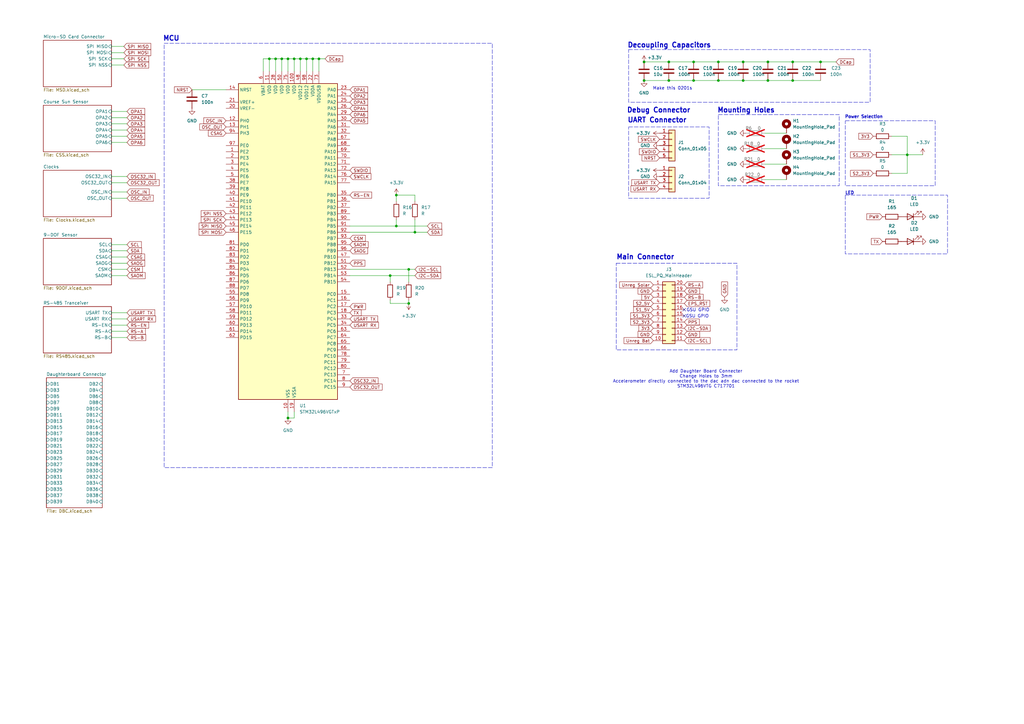
<source format=kicad_sch>
(kicad_sch (version 20231120) (generator "eeschema") (generator_version "8.0")
  (paper "A3")
  (title_block (title "ADCS OBC") (date "2024-04-18") (rev "V1") (comment 1 "22619291") (comment 2 "DP Theron"))
  (lib_symbols
    (symbol "+3.3V_1" (power) (pin_numbers hide) (pin_names (offset 0) hide)
      (property "Value" "+3.3V" (at 0 3.556 0))
      (symbol "+3.3V_1_0_1"
        (polyline (pts (xy -0.762 1.27) (xy 0 2.54)))
        (polyline (pts (xy 0 0) (xy 0 2.54)))
        (polyline (pts (xy 0 2.54) (xy 0.762 1.27)))
      )
      (symbol "+3.3V_1_1_1"
        (pin power_in line (at 0 0 90) (length 0) (name "~") (number "1"))
      )
    )
    (symbol "+3.3V_2" (power) (pin_numbers hide) (pin_names (offset 0) hide)
      (property "Value" "+3.3V" (at 0 3.556 0))
      (symbol "+3.3V_2_0_1"
        (polyline (pts (xy -0.762 1.27) (xy 0 2.54)))
        (polyline (pts (xy 0 0) (xy 0 2.54)))
        (polyline (pts (xy 0 2.54) (xy 0.762 1.27)))
      )
      (symbol "+3.3V_2_1_1"
        (pin power_in line (at 0 0 90) (length 0) (name "~") (number "1"))
      )
    )
    (symbol "+3.3V_3" (power) (pin_numbers hide) (pin_names (offset 0) hide)
      (property "Value" "+3.3V" (at 0 3.556 0))
      (symbol "+3.3V_3_0_1"
        (polyline (pts (xy -0.762 1.27) (xy 0 2.54)))
        (polyline (pts (xy 0 0) (xy 0 2.54)))
        (polyline (pts (xy 0 2.54) (xy 0.762 1.27)))
      )
      (symbol "+3.3V_3_1_1"
        (pin power_in line (at 0 0 90) (length 0) (name "~") (number "1"))
      )
    )
    (symbol "Connector_Generic:Conn_01x04" (pin_names (offset 1.016) hide)
      (property "Reference" "J" (at 0 5.08 0))
      (property "Value" "Conn_01x04" (at 0 -7.62 0))
      (symbol "Conn_01x04_1_1"
        (rectangle (start -1.27 -4.953) (end 0 -5.207) (stroke (width 0.1524)))
        (rectangle (start -1.27 -2.413) (end 0 -2.667) (stroke (width 0.1524)))
        (rectangle (start -1.27 0.127) (end 0 -0.127) (stroke (width 0.1524)))
        (rectangle (start -1.27 2.667) (end 0 2.413) (stroke (width 0.1524)))
        (rectangle (start -1.27 3.81) (end 1.27 -6.35) (stroke (width 0.254)) (fill (type background)))
        (pin passive line (at -5.08 2.54 0) (length 3.81) (name "Pin_1") (number "1"))
        (pin passive line (at -5.08 0 0) (length 3.81) (name "Pin_2") (number "2"))
        (pin passive line (at -5.08 -2.54 0) (length 3.81) (name "Pin_3") (number "3"))
        (pin passive line (at -5.08 -5.08 0) (length 3.81) (name "Pin_4") (number "4"))
      )
    )
    (symbol "Connector_Generic:Conn_01x05" (pin_names (offset 1.016) hide)
      (property "Reference" "J" (at 0 7.62 0))
      (property "Value" "Conn_01x05" (at 0 -7.62 0))
      (symbol "Conn_01x05_1_1"
        (rectangle (start -1.27 -4.953) (end 0 -5.207) (stroke (width 0.1524)))
        (rectangle (start -1.27 -2.413) (end 0 -2.667) (stroke (width 0.1524)))
        (rectangle (start -1.27 0.127) (end 0 -0.127) (stroke (width 0.1524)))
        (rectangle (start -1.27 2.667) (end 0 2.413) (stroke (width 0.1524)))
        (rectangle (start -1.27 5.207) (end 0 4.953) (stroke (width 0.1524)))
        (rectangle (start -1.27 6.35) (end 1.27 -6.35) (stroke (width 0.254)) (fill (type background)))
        (pin passive line (at -5.08 5.08 0) (length 3.81) (name "Pin_1") (number "1"))
        (pin passive line (at -5.08 2.54 0) (length 3.81) (name "Pin_2") (number "2"))
        (pin passive line (at -5.08 0 0) (length 3.81) (name "Pin_3") (number "3"))
        (pin passive line (at -5.08 -2.54 0) (length 3.81) (name "Pin_4") (number "4"))
        (pin passive line (at -5.08 -5.08 0) (length 3.81) (name "Pin_5") (number "5"))
      )
    )
    (symbol "Device:C" (pin_numbers hide) (pin_names (offset 0.254))
      (property "Reference" "C" (at 0.635 2.54 0))
      (property "Value" "C" (at 0.635 -2.54 0))
      (symbol "C_0_1"
        (polyline (pts (xy -2.032 -0.762) (xy 2.032 -0.762)) (stroke (width 0.508)))
        (polyline (pts (xy -2.032 0.762) (xy 2.032 0.762)) (stroke (width 0.508)))
      )
      (symbol "C_1_1"
        (pin passive line (at 0 3.81 270) (length 2.794) (name "~") (number "1"))
        (pin passive line (at 0 -3.81 90) (length 2.794) (name "~") (number "2"))
      )
    )
    (symbol "Device:LED" (pin_numbers hide) (pin_names (offset 1.016) hide)
      (property "Reference" "D" (at 0 2.54 0))
      (property "Value" "LED" (at 0 -2.54 0))
      (symbol "LED_0_1"
        (polyline (pts (xy -1.27 -1.27) (xy -1.27 1.27)) (stroke (width 0.254)))
        (polyline (pts (xy -1.27 0) (xy 1.27 0)))
        (polyline (pts (xy 1.27 -1.27) (xy 1.27 1.27) (xy -1.27 0) (xy 1.27 -1.27)) (stroke (width 0.254)))
        (polyline (pts (xy -3.048 -0.762) (xy -4.572 -2.286) (xy -3.81 -2.286) (xy -4.572 -2.286) (xy -4.572 -1.524)))
        (polyline (pts (xy -1.778 -0.762) (xy -3.302 -2.286) (xy -2.54 -2.286) (xy -3.302 -2.286) (xy -3.302 -1.524)))
      )
      (symbol "LED_1_1"
        (pin passive line (at -3.81 0 0) (length 2.54) (name "K") (number "1"))
        (pin passive line (at 3.81 0 180) (length 2.54) (name "A") (number "2"))
      )
    )
    (symbol "Device:R" (pin_numbers hide) (pin_names (offset 0))
      (property "Reference" "R" (at 2.032 0 90))
      (property "Value" "R" (at 0 0 90))
      (symbol "R_0_1"
        (rectangle (start -1.016 -2.54) (end 1.016 2.54) (stroke (width 0.254)))
      )
      (symbol "R_1_1"
        (pin passive line (at 0 3.81 270) (length 1.27) (name "~") (number "1"))
        (pin passive line (at 0 -3.81 90) (length 1.27) (name "~") (number "2"))
      )
    )
    (symbol "ESL_PQ:Conn_02x10_Counter_Clockwise" (pin_names (offset 1.016) hide)
      (property "Reference" "J" (at 1.27 12.7 0))
      (property "Value" "Conn_02x10_Counter_Clockwise" (at 1.27 -15.24 0))
      (symbol "Conn_02x10_Counter_Clockwise_1_1"
        (rectangle (start -1.27 -12.573) (end 0 -12.827) (stroke (width 0.1524)))
        (rectangle (start -1.27 -10.033) (end 0 -10.287) (stroke (width 0.1524)))
        (rectangle (start -1.27 -7.493) (end 0 -7.747) (stroke (width 0.1524)))
        (rectangle (start -1.27 -4.953) (end 0 -5.207) (stroke (width 0.1524)))
        (rectangle (start -1.27 -2.413) (end 0 -2.667) (stroke (width 0.1524)))
        (rectangle (start -1.27 0.127) (end 0 -0.127) (stroke (width 0.1524)))
        (rectangle (start -1.27 2.667) (end 0 2.413) (stroke (width 0.1524)))
        (rectangle (start -1.27 5.207) (end 0 4.953) (stroke (width 0.1524)))
        (rectangle (start -1.27 7.747) (end 0 7.493) (stroke (width 0.1524)))
        (rectangle (start -1.27 10.287) (end 0 10.033) (stroke (width 0.1524)))
        (rectangle (start -1.27 11.43) (end 3.81 -13.97) (stroke (width 0.254)) (fill (type background)))
        (rectangle (start 3.81 -12.573) (end 2.54 -12.827) (stroke (width 0.1524)))
        (rectangle (start 3.81 -10.033) (end 2.54 -10.287) (stroke (width 0.1524)))
        (rectangle (start 3.81 -7.493) (end 2.54 -7.747) (stroke (width 0.1524)))
        (rectangle (start 3.81 -4.953) (end 2.54 -5.207) (stroke (width 0.1524)))
        (rectangle (start 3.81 -2.413) (end 2.54 -2.667) (stroke (width 0.1524)))
        (rectangle (start 3.81 0.127) (end 2.54 -0.127) (stroke (width 0.1524)))
        (rectangle (start 3.81 2.667) (end 2.54 2.413) (stroke (width 0.1524)))
        (rectangle (start 3.81 5.207) (end 2.54 4.953) (stroke (width 0.1524)))
        (rectangle (start 3.81 7.747) (end 2.54 7.493) (stroke (width 0.1524)))
        (rectangle (start 3.81 10.287) (end 2.54 10.033) (stroke (width 0.1524)))
        (pin passive line (at -5.08 10.16 0) (length 3.81) (name "Pin_1") (number "1"))
        (pin passive line (at -5.08 -12.7 0) (length 3.81) (name "Pin_10") (number "10"))
        (pin passive line (at 7.62 -12.7 180) (length 3.81) (name "Pin_11") (number "11"))
        (pin passive line (at 7.62 -10.16 180) (length 3.81) (name "Pin_12") (number "12"))
        (pin passive line (at 7.62 -7.62 180) (length 3.81) (name "Pin_13") (number "13"))
        (pin passive line (at 7.62 -5.08 180) (length 3.81) (name "Pin_14") (number "14"))
        (pin passive line (at 7.62 -2.54 180) (length 3.81) (name "Pin_15") (number "15"))
        (pin passive line (at 7.62 0 180) (length 3.81) (name "Pin_16") (number "16"))
        (pin passive line (at 7.62 2.54 180) (length 3.81) (name "Pin_17") (number "17"))
        (pin passive line (at 7.62 5.08 180) (length 3.81) (name "Pin_18") (number "18"))
        (pin passive line (at 7.62 7.62 180) (length 3.81) (name "Pin_19") (number "19"))
        (pin passive line (at -5.08 7.62 0) (length 3.81) (name "Pin_2") (number "2"))
        (pin passive line (at 7.62 10.16 180) (length 3.81) (name "Pin_20") (number "20"))
        (pin passive line (at -5.08 5.08 0) (length 3.81) (name "Pin_3") (number "3"))
        (pin passive line (at -5.08 2.54 0) (length 3.81) (name "Pin_4") (number "4"))
        (pin passive line (at -5.08 0 0) (length 3.81) (name "Pin_5") (number "5"))
        (pin passive line (at -5.08 -2.54 0) (length 3.81) (name "Pin_6") (number "6"))
        (pin passive line (at -5.08 -5.08 0) (length 3.81) (name "Pin_7") (number "7"))
        (pin passive line (at -5.08 -7.62 0) (length 3.81) (name "Pin_8") (number "8"))
        (pin passive line (at -5.08 -10.16 0) (length 3.81) (name "Pin_9") (number "9"))
      )
    )
    (symbol "GND_1" (power) (pin_numbers hide) (pin_names (offset 0) hide)
      (property "Value" "GND" (at 0 -3.81 0))
      (symbol "GND_1_0_1"
        (polyline (pts (xy 0 0) (xy 0 -1.27) (xy 1.27 -1.27) (xy 0 -2.54) (xy -1.27 -1.27) (xy 0 -1.27)))
      )
      (symbol "GND_1_1_1"
        (pin power_in line (at 0 0 270) (length 0) (name "~") (number "1"))
      )
    )
    (symbol "GND_2" (power) (pin_numbers hide) (pin_names (offset 0) hide)
      (property "Value" "GND" (at 0 -3.81 0))
      (symbol "GND_2_0_1"
        (polyline (pts (xy 0 0) (xy 0 -1.27) (xy 1.27 -1.27) (xy 0 -2.54) (xy -1.27 -1.27) (xy 0 -1.27)))
      )
      (symbol "GND_2_1_1"
        (pin power_in line (at 0 0 270) (length 0) (name "~") (number "1"))
      )
    )
    (symbol "MCU_ST_STM32L4:STM32L496VGTxP"
      (property "Reference" "U" (at -20.32 67.31 0))
      (property "Value" "STM32L496VGTxP" (at 15.24 67.31 0))
      (symbol "STM32L496VGTxP_0_1"
        (rectangle (start -20.32 -63.5) (end 20.32 66.04) (stroke (width 0.254)) (fill (type background)))
      )
      (symbol "STM32L496VGTxP_1_1"
        (pin bidirectional line (at -25.4 38.1 0) (length 5.08) (name "PE2") (number "1"))
        (pin power_in line (at 0 -68.58 90) (length 5.08) (name "VSS") (number "10"))
        (pin power_in line (at 2.54 71.12 270) (length 5.08) (name "VDD") (number "100"))
        (pin power_in line (at -7.62 71.12 270) (length 5.08) (name "VDD") (number "11"))
        (pin bidirectional line (at -25.4 50.8 0) (length 5.08) (name "PH0") (number "12"))
        (pin bidirectional line (at -25.4 48.26 0) (length 5.08) (name "PH1") (number "13"))
        (pin input line (at -25.4 63.5 0) (length 5.08) (name "NRST") (number "14"))
        (pin bidirectional line (at 25.4 -20.32 180) (length 5.08) (name "PC0") (number "15"))
        (pin bidirectional line (at 25.4 -22.86 180) (length 5.08) (name "PC1") (number "16"))
        (pin bidirectional line (at 25.4 -25.4 180) (length 5.08) (name "PC2") (number "17"))
        (pin bidirectional line (at 25.4 -27.94 180) (length 5.08) (name "PC3") (number "18"))
        (pin power_in line (at 2.54 -68.58 90) (length 5.08) (name "VSSA") (number "19"))
        (pin bidirectional line (at -25.4 35.56 0) (length 5.08) (name "PE3") (number "2"))
        (pin input line (at -25.4 55.88 0) (length 5.08) (name "VREF-") (number "20"))
        (pin input line (at -25.4 58.42 0) (length 5.08) (name "VREF+") (number "21"))
        (pin power_in line (at 10.16 71.12 270) (length 5.08) (name "VDDA") (number "22"))
        (pin bidirectional line (at 25.4 63.5 180) (length 5.08) (name "PA0") (number "23"))
        (pin bidirectional line (at 25.4 60.96 180) (length 5.08) (name "PA1") (number "24"))
        (pin bidirectional line (at 25.4 58.42 180) (length 5.08) (name "PA2") (number "25"))
        (pin bidirectional line (at 25.4 55.88 180) (length 5.08) (name "PA3") (number "26"))
        (pin passive line (at 0 -68.58 90) (length 5.08) hide (name "VSS") (number "27"))
        (pin power_in line (at -5.08 71.12 270) (length 5.08) (name "VDD") (number "28"))
        (pin bidirectional line (at 25.4 53.34 180) (length 5.08) (name "PA4") (number "29"))
        (pin bidirectional line (at -25.4 33.02 0) (length 5.08) (name "PE4") (number "3"))
        (pin bidirectional line (at 25.4 50.8 180) (length 5.08) (name "PA5") (number "30"))
        (pin bidirectional line (at 25.4 48.26 180) (length 5.08) (name "PA6") (number "31"))
        (pin bidirectional line (at 25.4 45.72 180) (length 5.08) (name "PA7") (number "32"))
        (pin bidirectional line (at 25.4 -30.48 180) (length 5.08) (name "PC4") (number "33"))
        (pin bidirectional line (at 25.4 -33.02 180) (length 5.08) (name "PC5") (number "34"))
        (pin bidirectional line (at 25.4 20.32 180) (length 5.08) (name "PB0") (number "35"))
        (pin bidirectional line (at 25.4 17.78 180) (length 5.08) (name "PB1") (number "36"))
        (pin bidirectional line (at 25.4 15.24 180) (length 5.08) (name "PB2") (number "37"))
        (pin bidirectional line (at -25.4 25.4 0) (length 5.08) (name "PE7") (number "38"))
        (pin bidirectional line (at -25.4 22.86 0) (length 5.08) (name "PE8") (number "39"))
        (pin bidirectional line (at -25.4 30.48 0) (length 5.08) (name "PE5") (number "4"))
        (pin bidirectional line (at -25.4 20.32 0) (length 5.08) (name "PE9") (number "40"))
        (pin bidirectional line (at -25.4 17.78 0) (length 5.08) (name "PE10") (number "41"))
        (pin bidirectional line (at -25.4 15.24 0) (length 5.08) (name "PE11") (number "42"))
        (pin bidirectional line (at -25.4 12.7 0) (length 5.08) (name "PE12") (number "43"))
        (pin bidirectional line (at -25.4 10.16 0) (length 5.08) (name "PE13") (number "44"))
        (pin bidirectional line (at -25.4 7.62 0) (length 5.08) (name "PE14") (number "45"))
        (pin bidirectional line (at -25.4 5.08 0) (length 5.08) (name "PE15") (number "46"))
        (pin bidirectional line (at 25.4 -5.08 180) (length 5.08) (name "PB10") (number "47"))
        (pin power_in line (at 5.08 71.12 270) (length 5.08) (name "VDD12") (number "48"))
        (pin passive line (at 0 -68.58 90) (length 5.08) hide (name "VSS") (number "49"))
        (pin bidirectional line (at -25.4 27.94 0) (length 5.08) (name "PE6") (number "5"))
        (pin power_in line (at -2.54 71.12 270) (length 5.08) (name "VDD") (number "50"))
        (pin bidirectional line (at 25.4 -7.62 180) (length 5.08) (name "PB12") (number "51"))
        (pin bidirectional line (at 25.4 -10.16 180) (length 5.08) (name "PB13") (number "52"))
        (pin bidirectional line (at 25.4 -12.7 180) (length 5.08) (name "PB14") (number "53"))
        (pin bidirectional line (at 25.4 -15.24 180) (length 5.08) (name "PB15") (number "54"))
        (pin bidirectional line (at -25.4 -20.32 0) (length 5.08) (name "PD8") (number "55"))
        (pin bidirectional line (at -25.4 -22.86 0) (length 5.08) (name "PD9") (number "56"))
        (pin bidirectional line (at -25.4 -25.4 0) (length 5.08) (name "PD10") (number "57"))
        (pin bidirectional line (at -25.4 -27.94 0) (length 5.08) (name "PD11") (number "58"))
        (pin bidirectional line (at -25.4 -30.48 0) (length 5.08) (name "PD12") (number "59"))
        (pin power_in line (at -10.16 71.12 270) (length 5.08) (name "VBAT") (number "6"))
        (pin bidirectional line (at -25.4 -33.02 0) (length 5.08) (name "PD13") (number "60"))
        (pin bidirectional line (at -25.4 -35.56 0) (length 5.08) (name "PD14") (number "61"))
        (pin bidirectional line (at -25.4 -38.1 0) (length 5.08) (name "PD15") (number "62"))
        (pin bidirectional line (at 25.4 -35.56 180) (length 5.08) (name "PC6") (number "63"))
        (pin bidirectional line (at 25.4 -38.1 180) (length 5.08) (name "PC7") (number "64"))
        (pin bidirectional line (at 25.4 -40.64 180) (length 5.08) (name "PC8") (number "65"))
        (pin bidirectional line (at 25.4 -43.18 180) (length 5.08) (name "PC9") (number "66"))
        (pin bidirectional line (at 25.4 43.18 180) (length 5.08) (name "PA8") (number "67"))
        (pin bidirectional line (at 25.4 40.64 180) (length 5.08) (name "PA9") (number "68"))
        (pin bidirectional line (at 25.4 38.1 180) (length 5.08) (name "PA10") (number "69"))
        (pin bidirectional line (at 25.4 -53.34 180) (length 5.08) (name "PC13") (number "7"))
        (pin bidirectional line (at 25.4 35.56 180) (length 5.08) (name "PA11") (number "70"))
        (pin bidirectional line (at 25.4 33.02 180) (length 5.08) (name "PA12") (number "71"))
        (pin bidirectional line (at 25.4 30.48 180) (length 5.08) (name "PA13") (number "72"))
        (pin power_in line (at 12.7 71.12 270) (length 5.08) (name "VDDUSB") (number "73"))
        (pin passive line (at 0 -68.58 90) (length 5.08) hide (name "VSS") (number "74"))
        (pin power_in line (at 0 71.12 270) (length 5.08) (name "VDD") (number "75"))
        (pin bidirectional line (at 25.4 27.94 180) (length 5.08) (name "PA14") (number "76"))
        (pin bidirectional line (at 25.4 25.4 180) (length 5.08) (name "PA15") (number "77"))
        (pin bidirectional line (at 25.4 -45.72 180) (length 5.08) (name "PC10") (number "78"))
        (pin bidirectional line (at 25.4 -48.26 180) (length 5.08) (name "PC11") (number "79"))
        (pin bidirectional line (at 25.4 -55.88 180) (length 5.08) (name "PC14") (number "8"))
        (pin bidirectional line (at 25.4 -50.8 180) (length 5.08) (name "PC12") (number "80"))
        (pin bidirectional line (at -25.4 0 0) (length 5.08) (name "PD0") (number "81"))
        (pin bidirectional line (at -25.4 -2.54 0) (length 5.08) (name "PD1") (number "82"))
        (pin bidirectional line (at -25.4 -5.08 0) (length 5.08) (name "PD2") (number "83"))
        (pin bidirectional line (at -25.4 -7.62 0) (length 5.08) (name "PD3") (number "84"))
        (pin bidirectional line (at -25.4 -10.16 0) (length 5.08) (name "PD4") (number "85"))
        (pin bidirectional line (at -25.4 -12.7 0) (length 5.08) (name "PD5") (number "86"))
        (pin bidirectional line (at -25.4 -15.24 0) (length 5.08) (name "PD6") (number "87"))
        (pin bidirectional line (at -25.4 -17.78 0) (length 5.08) (name "PD7") (number "88"))
        (pin bidirectional line (at 25.4 12.7 180) (length 5.08) (name "PB3") (number "89"))
        (pin bidirectional line (at 25.4 -58.42 180) (length 5.08) (name "PC15") (number "9"))
        (pin bidirectional line (at 25.4 10.16 180) (length 5.08) (name "PB4") (number "90"))
        (pin bidirectional line (at 25.4 7.62 180) (length 5.08) (name "PB5") (number "91"))
        (pin bidirectional line (at 25.4 5.08 180) (length 5.08) (name "PB6") (number "92"))
        (pin bidirectional line (at 25.4 2.54 180) (length 5.08) (name "PB7") (number "93"))
        (pin bidirectional line (at -25.4 45.72 0) (length 5.08) (name "PH3") (number "94"))
        (pin bidirectional line (at 25.4 0 180) (length 5.08) (name "PB8") (number "95"))
        (pin bidirectional line (at 25.4 -2.54 180) (length 5.08) (name "PB9") (number "96"))
        (pin bidirectional line (at -25.4 40.64 0) (length 5.08) (name "PE0") (number "97"))
        (pin power_in line (at 7.62 71.12 270) (length 5.08) (name "VDD12") (number "98"))
        (pin passive line (at 0 -68.58 90) (length 5.08) hide (name "VSS") (number "99"))
      )
    )
    (symbol "Mechanical:MountingHole_Pad" (pin_numbers hide) (pin_names (offset 1.016) hide) (exclude_from_sim yes) (in_bom no)
      (property "Reference" "H" (at 0 6.35 0))
      (property "Value" "MountingHole_Pad" (at 0 4.445 0))
      (symbol "MountingHole_Pad_0_1"
        (circle (center 0 1.27) (radius 1.27) (stroke (width 1.27)))
      )
      (symbol "MountingHole_Pad_1_1"
        (pin input line (at 0 -2.54 90) (length 2.54) (name "1") (number "1"))
      )
    )
    (symbol "power:+3.3V" (power) (pin_names (offset 0))
      (property "Value" "+3.3V" (at 0 3.556 0))
      (symbol "+3.3V_0_1"
        (polyline (pts (xy -0.762 1.27) (xy 0 2.54)))
        (polyline (pts (xy 0 0) (xy 0 2.54)))
        (polyline (pts (xy 0 2.54) (xy 0.762 1.27)))
      )
      (symbol "+3.3V_1_1"
        (pin power_in line (at 0 0 90) (length 0) hide (name "+3.3V") (number "1"))
      )
    )
    (symbol "power:GND" (power) (pin_names (offset 0))
      (property "Value" "GND" (at 0 -3.81 0))
      (symbol "GND_0_1"
        (polyline (pts (xy 0 0) (xy 0 -1.27) (xy 1.27 -1.27) (xy 0 -2.54) (xy -1.27 -1.27) (xy 0 -1.27)))
      )
      (symbol "GND_1_1"
        (pin power_in line (at 0 0 270) (length 0) hide (name "GND") (number "1"))
      )
    )
  )
  (junction (at 160.02 113.03))
  (junction (at 162.56 92.71))
  (junction (at 336.55 25.4))
  (junction (at 167.64 110.49))
  (junction (at 274.32 25.4))
  (junction (at 170.18 95.25))
  (junction (at 274.32 33.02))
  (junction (at 325.12 33.02))
  (junction (at 314.96 25.4))
  (junction (at 115.57 24.13))
  (junction (at 304.8 25.4))
  (junction (at 284.48 33.02))
  (junction (at 284.48 25.4))
  (junction (at 264.16 33.02))
  (junction (at 314.96 33.02))
  (junction (at 128.27 24.13))
  (junction (at 294.64 33.02))
  (junction (at 304.8 33.02))
  (junction (at 118.11 171.45))
  (junction (at 130.81 24.13))
  (junction (at 123.19 24.13))
  (junction (at 294.64 25.4))
  (junction (at 125.73 24.13))
  (junction (at 167.64 124.46))
  (junction (at 113.03 24.13))
  (junction (at 120.65 24.13))
  (junction (at 372.11 63.5))
  (junction (at 162.56 80.01))
  (junction (at 325.12 25.4))
  (junction (at 110.49 24.13))
  (junction (at 264.16 25.4))
  (junction (at 118.11 24.13))
  (no_connect (at 280.67 129.54))
  (no_connect (at 280.67 127))
  (wire (pts (xy 284.48 33.02) (xy 294.64 33.02)))
  (wire (pts (xy 110.49 24.13) (xy 110.49 29.21)))
  (wire (pts (xy 264.16 25.4) (xy 274.32 25.4)))
  (wire (pts (xy 162.56 82.55) (xy 162.56 80.01)))
  (wire (pts (xy 115.57 24.13) (xy 115.57 29.21)))
  (wire (pts (xy 45.72 113.03) (xy 52.07 113.03)))
  (wire (pts (xy 313.69 67.31) (xy 322.58 67.31)))
  (wire (pts (xy 162.56 92.71) (xy 175.26 92.71)))
  (wire (pts (xy 120.65 24.13) (xy 123.19 24.13)))
  (wire (pts (xy 45.72 130.81) (xy 52.07 130.81)))
  (wire (pts (xy 45.72 48.26) (xy 52.07 48.26)))
  (wire (pts (xy 313.69 54.61) (xy 322.58 54.61)))
  (wire (pts (xy 123.19 24.13) (xy 125.73 24.13)))
  (wire (pts (xy 78.74 36.83) (xy 92.71 36.83)))
  (wire (pts (xy 372.11 55.88) (xy 372.11 63.5)))
  (wire (pts (xy 110.49 24.13) (xy 107.95 24.13)))
  (wire (pts (xy 45.72 74.93) (xy 52.07 74.93)))
  (wire (pts (xy 314.96 33.02) (xy 325.12 33.02)))
  (wire (pts (xy 45.72 55.88) (xy 52.07 55.88)))
  (wire (pts (xy 118.11 168.91) (xy 118.11 171.45)))
  (wire (pts (xy 128.27 29.21) (xy 128.27 24.13)))
  (wire (pts (xy 167.64 110.49) (xy 143.51 110.49)))
  (wire (pts (xy 120.65 24.13) (xy 118.11 24.13)))
  (wire (pts (xy 120.65 24.13) (xy 120.65 29.21)))
  (wire (pts (xy 170.18 95.25) (xy 143.51 95.25)))
  (wire (pts (xy 170.18 110.49) (xy 167.64 110.49)))
  (wire (pts (xy 45.72 128.27) (xy 52.07 128.27)))
  (wire (pts (xy 304.8 33.02) (xy 314.96 33.02)))
  (wire (pts (xy 170.18 80.01) (xy 170.18 82.55)))
  (wire (pts (xy 175.26 95.25) (xy 170.18 95.25)))
  (wire (pts (xy 45.72 24.13) (xy 50.8 24.13)))
  (wire (pts (xy 294.64 33.02) (xy 304.8 33.02)))
  (wire (pts (xy 45.72 133.35) (xy 52.07 133.35)))
  (wire (pts (xy 130.81 24.13) (xy 130.81 29.21)))
  (wire (pts (xy 167.64 124.46) (xy 167.64 123.19)))
  (wire (pts (xy 45.72 107.95) (xy 52.07 107.95)))
  (wire (pts (xy 143.51 113.03) (xy 160.02 113.03)))
  (wire (pts (xy 294.64 25.4) (xy 304.8 25.4)))
  (wire (pts (xy 45.72 78.74) (xy 52.07 78.74)))
  (wire (pts (xy 118.11 171.45) (xy 120.65 171.45)))
  (wire (pts (xy 313.69 73.66) (xy 322.58 73.66)))
  (wire (pts (xy 167.64 110.49) (xy 167.64 115.57)))
  (wire (pts (xy 45.72 102.87) (xy 52.07 102.87)))
  (wire (pts (xy 45.72 53.34) (xy 52.07 53.34)))
  (wire (pts (xy 107.95 24.13) (xy 107.95 29.21)))
  (wire (pts (xy 45.72 110.49) (xy 52.07 110.49)))
  (wire (pts (xy 45.72 50.8) (xy 52.07 50.8)))
  (wire (pts (xy 125.73 24.13) (xy 128.27 24.13)))
  (wire (pts (xy 160.02 113.03) (xy 170.18 113.03)))
  (wire (pts (xy 45.72 72.39) (xy 52.07 72.39)))
  (wire (pts (xy 372.11 71.12) (xy 365.76 71.12)))
  (wire (pts (xy 45.72 58.42) (xy 52.07 58.42)))
  (wire (pts (xy 325.12 25.4) (xy 336.55 25.4)))
  (wire (pts (xy 45.72 100.33) (xy 52.07 100.33)))
  (wire (pts (xy 45.72 135.89) (xy 52.07 135.89)))
  (wire (pts (xy 110.49 24.13) (xy 113.03 24.13)))
  (wire (pts (xy 130.81 24.13) (xy 133.35 24.13)))
  (wire (pts (xy 170.18 90.17) (xy 170.18 95.25)))
  (wire (pts (xy 162.56 80.01) (xy 170.18 80.01)))
  (wire (pts (xy 325.12 33.02) (xy 336.55 33.02)))
  (wire (pts (xy 365.76 63.5) (xy 372.11 63.5)))
  (wire (pts (xy 120.65 171.45) (xy 120.65 168.91)))
  (wire (pts (xy 160.02 115.57) (xy 160.02 113.03)))
  (wire (pts (xy 304.8 25.4) (xy 314.96 25.4)))
  (wire (pts (xy 378.46 63.5) (xy 372.11 63.5)))
  (wire (pts (xy 45.72 105.41) (xy 52.07 105.41)))
  (wire (pts (xy 45.72 45.72) (xy 52.07 45.72)))
  (wire (pts (xy 45.72 138.43) (xy 52.07 138.43)))
  (wire (pts (xy 160.02 124.46) (xy 167.64 124.46)))
  (wire (pts (xy 160.02 123.19) (xy 160.02 124.46)))
  (wire (pts (xy 274.32 33.02) (xy 284.48 33.02)))
  (wire (pts (xy 284.48 25.4) (xy 294.64 25.4)))
  (wire (pts (xy 128.27 24.13) (xy 130.81 24.13)))
  (wire (pts (xy 313.69 60.96) (xy 322.58 60.96)))
  (wire (pts (xy 365.76 55.88) (xy 372.11 55.88)))
  (wire (pts (xy 125.73 24.13) (xy 125.73 29.21)))
  (wire (pts (xy 45.72 26.67) (xy 50.8 26.67)))
  (wire (pts (xy 314.96 25.4) (xy 325.12 25.4)))
  (wire (pts (xy 45.72 81.28) (xy 52.07 81.28)))
  (wire (pts (xy 118.11 24.13) (xy 118.11 29.21)))
  (wire (pts (xy 123.19 29.21) (xy 123.19 24.13)))
  (wire (pts (xy 162.56 90.17) (xy 162.56 92.71)))
  (wire (pts (xy 45.72 21.59) (xy 50.8 21.59)))
  (wire (pts (xy 113.03 24.13) (xy 115.57 24.13)))
  (wire (pts (xy 274.32 25.4) (xy 284.48 25.4)))
  (wire (pts (xy 113.03 24.13) (xy 113.03 29.21)))
  (wire (pts (xy 336.55 25.4) (xy 342.9 25.4)))
  (wire (pts (xy 118.11 24.13) (xy 115.57 24.13)))
  (wire (pts (xy 143.51 92.71) (xy 162.56 92.71)))
  (wire (pts (xy 264.16 33.02) (xy 274.32 33.02)))
  (wire (pts (xy 45.72 19.05) (xy 50.8 19.05)))
  (wire (pts (xy 372.11 63.5) (xy 372.11 71.12)))
  (rectangle (start 294.64 46.99) (end 344.17 76.2) (stroke (width 0) (type dash)))
  (rectangle (start 252.73 107.95) (end 302.26 143.51) (stroke (width 0) (type dash)))
  (rectangle (start 257.81 52.07) (end 290.83 81.28) (stroke (width 0) (type dash)))
  (rectangle (start 67.31 17.78) (end 201.93 191.77) (stroke (width 0) (type dash)))
  (rectangle (start 257.81 20.32) (end 356.87 41.91) (stroke (width 0) (type dash)))
  (rectangle (start 346.71 80.01) (end 388.62 104.14) (stroke (width 0) (type dash)))
  (rectangle (start 346.71 49.53) (end 383.54 76.2) (stroke (width 0) (type dash)))
  (text "GSU GPIO" (at 286.004 129.794 0) (effects (font (size 1.27 1.27))))
  (text "Power Selection" (at 354.33 48.006 0) (effects (font (size 1.27 1.27) (thickness 0.254) (bold yes))))
  (text "UART Connector" (at 257.302 50.546 0) (effects (font (size 2 2) (thickness 0.4) (bold yes)) (justify left bottom)))
  (text "LED" (at 348.488 79.248 0) (effects (font (size 1.27 1.27) (thickness 0.254) (bold yes))))
  (text "Decoupling Capacitors" (at 257.302 19.812 0) (effects (font (size 2 2) (bold yes)) (justify left bottom)))
  (text "Mounting Holes" (at 294.132 46.482 0) (effects (font (size 2 2) (thickness 0.4) (bold yes)) (justify left bottom)))
  (text "Debug Connector" (at 257.048 46.482 0) (effects (font (size 2 2) (thickness 0.4) (bold yes)) (justify left bottom)))
  (text "Add Daughter Board Connecter\nChange Holes to 3mm\nAccelerometer directly connected to the dac adn dac connected to the rocket\nSTM32L496VTG C717701" (at 289.56 155.448 0) (effects (font (size 1.27 1.27))))
  (text "Main Connector" (at 252.73 106.68 0) (effects (font (size 2 2) (thickness 0.4) (bold yes)) (justify left bottom)))
  (text "GSU GPIO" (at 286.258 127.254 0) (effects (font (size 1.27 1.27))))
  (text "MCU" (at 66.802 17.018 0) (effects (font (size 2 2) (bold yes)) (justify left bottom)))
  (text "Make this 0201s" (at 275.844 36.322 0) (effects (font (size 1.27 1.27))))
  (global_label "USART RX" (shape input) (at 52.07 130.81 0) (property "Intersheetrefs" "${INTERSHEET_REFS}" (effects (hide yes))))
  (global_label "OSC32_OUT" (shape input) (at 52.07 74.93 0) (property "Intersheetrefs" "${INTERSHEET_REFS}" (effects (hide yes))))
  (global_label "SWDIO" (shape input) (at 270.51 62.23 180) (property "Intersheetrefs" "${INTERSHEET_REFS}" (effects (hide yes))))
  (global_label "RS-B" (shape input) (at 52.07 138.43 0) (property "Intersheetrefs" "${INTERSHEET_REFS}" (effects (hide yes))))
  (global_label "SPI NSS" (shape input) (at 92.71 87.63 180) (property "Intersheetrefs" "${INTERSHEET_REFS}" (effects (hide yes))))
  (global_label "RS-A" (shape input) (at 52.07 135.89 0) (property "Intersheetrefs" "${INTERSHEET_REFS}" (effects (hide yes))))
  (global_label "PPS" (shape input) (at 143.51 107.95 0) (property "Intersheetrefs" "${INTERSHEET_REFS}" (effects (hide yes))))
  (global_label "SPI MISO" (shape input) (at 92.71 92.71 180) (property "Intersheetrefs" "${INTERSHEET_REFS}" (effects (hide yes))))
  (global_label "SPI MOSI" (shape input) (at 50.8 21.59 0) (property "Intersheetrefs" "${INTERSHEET_REFS}" (effects (hide yes))))
  (global_label "S1_5V" (shape input) (at 267.97 127 180) (property "Intersheetrefs" "${INTERSHEET_REFS}" (effects (hide yes))))
  (global_label "GND" (shape input) (at 280.67 137.16 0) (property "Intersheetrefs" "${INTERSHEET_REFS}" (effects (hide yes))))
  (global_label "3V3" (shape input) (at 358.14 55.88 180) (property "Intersheetrefs" "${INTERSHEET_REFS}" (effects (hide yes))))
  (global_label "OPA4" (shape input) (at 52.07 53.34 0) (property "Intersheetrefs" "${INTERSHEET_REFS}" (effects (hide yes))))
  (global_label "USART TX" (shape input) (at 270.51 74.93 180) (property "Intersheetrefs" "${INTERSHEET_REFS}" (effects (hide yes))))
  (global_label "SPI NSS" (shape input) (at 50.8 26.67 0) (property "Intersheetrefs" "${INTERSHEET_REFS}" (effects (hide yes))))
  (global_label "SPI MOSI" (shape input) (at 92.71 95.25 180) (property "Intersheetrefs" "${INTERSHEET_REFS}" (effects (hide yes))))
  (global_label "SDA" (shape input) (at 175.26 95.25 0) (property "Intersheetrefs" "${INTERSHEET_REFS}" (effects (hide yes))))
  (global_label "CSM" (shape input) (at 52.07 110.49 0) (property "Intersheetrefs" "${INTERSHEET_REFS}" (effects (hide yes))))
  (global_label "S2_3V3" (shape input) (at 267.97 132.08 180) (property "Intersheetrefs" "${INTERSHEET_REFS}" (effects (hide yes))))
  (global_label "SPI MISO" (shape input) (at 50.8 19.05 0) (property "Intersheetrefs" "${INTERSHEET_REFS}" (effects (hide yes))))
  (global_label "OPA2" (shape input) (at 143.51 39.37 0) (property "Intersheetrefs" "${INTERSHEET_REFS}" (effects (hide yes))))
  (global_label "I2C-SCL" (shape input) (at 280.67 139.7 0) (property "Intersheetrefs" "${INTERSHEET_REFS}" (effects (hide yes))))
  (global_label "SDA" (shape input) (at 52.07 102.87 0) (property "Intersheetrefs" "${INTERSHEET_REFS}" (effects (hide yes))))
  (global_label "TX" (shape input) (at 143.51 128.27 0) (property "Intersheetrefs" "${INTERSHEET_REFS}" (effects (hide yes))))
  (global_label "SAOG" (shape input) (at 52.07 107.95 0) (property "Intersheetrefs" "${INTERSHEET_REFS}" (effects (hide yes))))
  (global_label "RS-B" (shape input) (at 280.67 121.92 0) (property "Intersheetrefs" "${INTERSHEET_REFS}" (effects (hide yes))))
  (global_label "RS-A" (shape input) (at 280.67 116.84 0) (property "Intersheetrefs" "${INTERSHEET_REFS}" (effects (hide yes))))
  (global_label "NRST" (shape input) (at 270.51 64.77 180) (property "Intersheetrefs" "${INTERSHEET_REFS}" (effects (hide yes))))
  (global_label "SCL" (shape input) (at 175.26 92.71 0) (property "Intersheetrefs" "${INTERSHEET_REFS}" (effects (hide yes))))
  (global_label "OPA5" (shape input) (at 143.51 49.53 0) (property "Intersheetrefs" "${INTERSHEET_REFS}" (effects (hide yes))))
  (global_label "RS-EN" (shape input) (at 143.51 80.01 0) (property "Intersheetrefs" "${INTERSHEET_REFS}" (effects (hide yes))))
  (global_label "SAOM" (shape input) (at 52.07 113.03 0) (property "Intersheetrefs" "${INTERSHEET_REFS}" (effects (hide yes))))
  (global_label "OPA3" (shape input) (at 143.51 41.91 0) (property "Intersheetrefs" "${INTERSHEET_REFS}" (effects (hide yes))))
  (global_label "OPA3" (shape input) (at 52.07 50.8 0) (property "Intersheetrefs" "${INTERSHEET_REFS}" (effects (hide yes))))
  (global_label "OPA2" (shape input) (at 52.07 48.26 0) (property "Intersheetrefs" "${INTERSHEET_REFS}" (effects (hide yes))))
  (global_label "GND" (shape input) (at 280.67 119.38 0) (property "Intersheetrefs" "${INTERSHEET_REFS}" (effects (hide yes))))
  (global_label "RS-EN" (shape input) (at 52.07 133.35 0) (property "Intersheetrefs" "${INTERSHEET_REFS}" (effects (hide yes))))
  (global_label "3V3" (shape input) (at 267.97 134.62 180) (property "Intersheetrefs" "${INTERSHEET_REFS}" (effects (hide yes))))
  (global_label "I2C-SCL" (shape input) (at 170.18 110.49 0) (property "Intersheetrefs" "${INTERSHEET_REFS}" (effects (hide yes))))
  (global_label "PPS" (shape input) (at 280.67 132.08 0) (property "Intersheetrefs" "${INTERSHEET_REFS}" (effects (hide yes))))
  (global_label "I2C-SDA" (shape input) (at 280.67 134.62 0) (property "Intersheetrefs" "${INTERSHEET_REFS}" (effects (hide yes))))
  (global_label "CSAG" (shape input) (at 92.71 54.61 180) (property "Intersheetrefs" "${INTERSHEET_REFS}" (effects (hide yes))))
  (global_label "OSC_IN" (shape input) (at 52.07 78.74 0) (property "Intersheetrefs" "${INTERSHEET_REFS}" (effects (hide yes))))
  (global_label "PWR" (shape input) (at 361.95 88.9 180) (property "Intersheetrefs" "${INTERSHEET_REFS}" (effects (hide yes))))
  (global_label "NRST" (shape input) (at 78.74 36.83 180) (property "Intersheetrefs" "${INTERSHEET_REFS}" (effects (hide yes))))
  (global_label "OPA5" (shape input) (at 52.07 55.88 0) (property "Intersheetrefs" "${INTERSHEET_REFS}" (effects (hide yes))))
  (global_label "CSM" (shape input) (at 143.51 97.79 0) (property "Intersheetrefs" "${INTERSHEET_REFS}" (effects (hide yes))))
  (global_label "SWDIO" (shape input) (at 143.51 69.85 0) (property "Intersheetrefs" "${INTERSHEET_REFS}" (effects (hide yes))))
  (global_label "OPA6" (shape input) (at 52.07 58.42 0) (property "Intersheetrefs" "${INTERSHEET_REFS}" (effects (hide yes))))
  (global_label "SWCLK" (shape input) (at 270.51 57.15 180) (property "Intersheetrefs" "${INTERSHEET_REFS}" (effects (hide yes))))
  (global_label "OSC32_IN" (shape input) (at 52.07 72.39 0) (property "Intersheetrefs" "${INTERSHEET_REFS}" (effects (hide yes))))
  (global_label "TX" (shape input) (at 361.95 99.06 180) (property "Intersheetrefs" "${INTERSHEET_REFS}" (effects (hide yes))))
  (global_label "OPA4" (shape input) (at 143.51 44.45 0) (property "Intersheetrefs" "${INTERSHEET_REFS}" (effects (hide yes))))
  (global_label "SAOG" (shape input) (at 143.51 102.87 0) (property "Intersheetrefs" "${INTERSHEET_REFS}" (effects (hide yes))))
  (global_label "OSC32_OUT" (shape input) (at 143.51 158.75 0) (property "Intersheetrefs" "${INTERSHEET_REFS}" (effects (hide yes))))
  (global_label "SPI SCK" (shape input) (at 92.71 90.17 180) (property "Intersheetrefs" "${INTERSHEET_REFS}" (effects (hide yes))))
  (global_label "USART TX" (shape input) (at 143.51 130.81 0) (property "Intersheetrefs" "${INTERSHEET_REFS}" (effects (hide yes))))
  (global_label "GND" (shape input) (at 267.97 119.38 180) (property "Intersheetrefs" "${INTERSHEET_REFS}" (effects (hide yes))))
  (global_label "OSC_OUT" (shape input) (at 92.71 52.07 180) (property "Intersheetrefs" "${INTERSHEET_REFS}" (effects (hide yes))))
  (global_label "DCap" (shape input) (at 342.9 25.4 0) (property "Intersheetrefs" "${INTERSHEET_REFS}" (effects (hide yes))))
  (global_label "GND" (shape input) (at 267.97 137.16 180) (property "Intersheetrefs" "${INTERSHEET_REFS}" (effects (hide yes))))
  (global_label "CSAG" (shape input) (at 52.07 105.41 0) (property "Intersheetrefs" "${INTERSHEET_REFS}" (effects (hide yes))))
  (global_label "SWCLK" (shape input) (at 143.51 72.39 0) (property "Intersheetrefs" "${INTERSHEET_REFS}" (effects (hide yes))))
  (global_label "OSC32_IN" (shape input) (at 143.51 156.21 0) (property "Intersheetrefs" "${INTERSHEET_REFS}" (effects (hide yes))))
  (global_label "SCL" (shape input) (at 52.07 100.33 0) (property "Intersheetrefs" "${INTERSHEET_REFS}" (effects (hide yes))))
  (global_label "Unreg Solar" (shape input) (at 267.97 116.84 180) (property "Intersheetrefs" "${INTERSHEET_REFS}" (effects (hide yes))))
  (global_label "EPS_RST" (shape input) (at 280.67 124.46 0) (property "Intersheetrefs" "${INTERSHEET_REFS}" (effects (hide yes))))
  (global_label "Unreg Bat" (shape input) (at 267.97 139.7 180) (property "Intersheetrefs" "${INTERSHEET_REFS}" (effects (hide yes))))
  (global_label "OPA1" (shape input) (at 143.51 36.83 0) (property "Intersheetrefs" "${INTERSHEET_REFS}" (effects (hide yes))))
  (global_label "SAOM" (shape input) (at 143.51 100.33 0) (property "Intersheetrefs" "${INTERSHEET_REFS}" (effects (hide yes))))
  (global_label "5V" (shape input) (at 267.97 121.92 180) (property "Intersheetrefs" "${INTERSHEET_REFS}" (effects (hide yes))))
  (global_label "SPI SCK" (shape input) (at 50.8 24.13 0) (property "Intersheetrefs" "${INTERSHEET_REFS}" (effects (hide yes))))
  (global_label "USART RX" (shape input) (at 270.51 77.47 180) (property "Intersheetrefs" "${INTERSHEET_REFS}" (effects (hide yes))))
  (global_label "USART TX" (shape input) (at 52.07 128.27 0) (property "Intersheetrefs" "${INTERSHEET_REFS}" (effects (hide yes))))
  (global_label "OPA1" (shape input) (at 52.07 45.72 0) (property "Intersheetrefs" "${INTERSHEET_REFS}" (effects (hide yes))))
  (global_label "OSC_IN" (shape input) (at 92.71 49.53 180) (property "Intersheetrefs" "${INTERSHEET_REFS}" (effects (hide yes))))
  (global_label "PWR" (shape input) (at 143.51 125.73 0) (property "Intersheetrefs" "${INTERSHEET_REFS}" (effects (hide yes))))
  (global_label "S2_5V" (shape input) (at 267.97 124.46 180) (property "Intersheetrefs" "${INTERSHEET_REFS}" (effects (hide yes))))
  (global_label "OPA6" (shape input) (at 143.51 46.99 0) (property "Intersheetrefs" "${INTERSHEET_REFS}" (effects (hide yes))))
  (global_label "S1_3V3" (shape input) (at 267.97 129.54 180) (property "Intersheetrefs" "${INTERSHEET_REFS}" (effects (hide yes))))
  (global_label "USART RX" (shape input) (at 143.51 133.35 0) (property "Intersheetrefs" "${INTERSHEET_REFS}" (effects (hide yes))))
  (global_label "OSC_OUT" (shape input) (at 52.07 81.28 0) (property "Intersheetrefs" "${INTERSHEET_REFS}" (effects (hide yes))))
  (global_label "S2_3V3" (shape input) (at 358.14 71.12 180) (property "Intersheetrefs" "${INTERSHEET_REFS}" (effects (hide yes))))
  (global_label "DCap" (shape input) (at 133.35 24.13 0) (property "Intersheetrefs" "${INTERSHEET_REFS}" (effects (hide yes))))
  (global_label "S1_3V3" (shape input) (at 358.14 63.5 180) (property "Intersheetrefs" "${INTERSHEET_REFS}" (effects (hide yes))))
  (global_label "GND" (shape input) (at 297.18 121.92 90) (property "Intersheetrefs" "${INTERSHEET_REFS}" (effects (hide yes))))
  (global_label "I2C-SDA" (shape input) (at 170.18 113.03 0) (property "Intersheetrefs" "${INTERSHEET_REFS}" (effects (hide yes))))
  (symbol (lib_id "Device:LED") (at 373.38 88.9 180) (unit 1)
    (property "Reference" "D1" (at 374.9675 81.28 0))
    (property "Value" "LED" (at 374.9675 83.82 0))
    (property "Footprint" "LED_SMD:LED_0603_1608Metric" (effects (hide yes)))
    (property "Description" "Light emitting diode" (effects (hide yes)))
    (property "JLCPCB #" "C138543" (effects (hide yes)))
  )
  (symbol (lib_id "Device:R") (at 309.88 67.31 90) (unit 1) (dnp yes)
    (property "Reference" "R21" (at 307.086 65.278 90))
    (property "Value" "0" (at 311.15 65.278 90))
    (property "Footprint" "Skripsie:R_0201_0603Metric" (effects (hide yes)))
    (property "Description" "Resistor" (effects (hide yes)))
  )
  (symbol (lib_id "power:GND") (at 270.51 72.39 270) (unit 1)
    (property "Reference" "#PWR030" (effects (hide yes)))
    (property "Value" "GND" (at 266.7 72.39 90) (effects (justify right)))
  )
  (symbol (lib_id "Mechanical:MountingHole_Pad") (at 322.58 58.42 0) (unit 1) (exclude_from_sim yes) (in_bom no)
    (property "Reference" "H2" (at 325.12 55.8799 0) (effects (justify left)))
    (property "Value" "MountingHole_Pad" (at 325.12 58.4199 0) (effects (justify left)))
    (property "Footprint" "MountingHole:MountingHole_3mm_Pad" (effects (hide yes)))
    (property "Description" "Mounting Hole with connection" (effects (hide yes)))
  )
  (symbol (lib_id "Mechanical:MountingHole_Pad") (at 322.58 71.12 0) (unit 1) (exclude_from_sim yes) (in_bom no)
    (property "Reference" "H4" (at 325.12 68.5799 0) (effects (justify left)))
    (property "Value" "MountingHole_Pad" (at 325.12 71.1199 0) (effects (justify left)))
    (property "Footprint" "MountingHole:MountingHole_3mm_Pad" (effects (hide yes)))
    (property "Description" "Mounting Hole with connection" (effects (hide yes)))
  )
  (symbol (lib_name "+3.3V_1") (lib_id "power:+3.3V") (at 264.16 25.4 0) (unit 1)
    (property "Reference" "#PWR010" (effects (hide yes)))
    (property "Value" "+3.3V" (at 268.478 23.622 0))
    (property "Description" "Power symbol creates a global label with name \"+3.3V\"" (effects (hide yes)))
  )
  (symbol (lib_id "power:+3.3V") (at 270.51 69.85 90) (unit 1)
    (property "Reference" "#PWR027" (effects (hide yes)))
    (property "Value" "+3.3V" (at 266.7 69.85 90) (effects (justify left)))
  )
  (symbol (lib_id "Mechanical:MountingHole_Pad") (at 322.58 52.07 0) (unit 1) (exclude_from_sim yes) (in_bom no)
    (property "Reference" "H1" (at 325.12 49.5299 0) (effects (justify left)))
    (property "Value" "MountingHole_Pad" (at 325.12 52.0699 0) (effects (justify left)))
    (property "Footprint" "MountingHole:MountingHole_3mm_Pad" (effects (hide yes)))
    (property "Description" "Mounting Hole with connection" (effects (hide yes)))
  )
  (symbol (lib_id "Device:C") (at 314.96 29.21 0) (unit 1)
    (property "Reference" "C21" (at 318.77 27.94 0) (effects (justify left)))
    (property "Value" "100n" (at 318.77 30.48 0) (effects (justify left)))
    (property "Footprint" "Skripsie:C_0201_0603Metric" (effects (hide yes)))
    (property "JLCPCB #" "C85953" (effects (hide yes)))
  )
  (symbol (lib_id "Device:R") (at 365.76 99.06 270) (unit 1)
    (property "Reference" "R2" (at 365.76 92.71 90))
    (property "Value" "165" (at 365.76 95.25 90))
    (property "Footprint" "Resistor_SMD:R_0603_1608Metric" (effects (hide yes)))
    (property "Description" "Resistor" (effects (hide yes)))
    (property "JLCPCB #" "C226689" (effects (hide yes)))
  )
  (symbol (lib_id "power:GND") (at 270.51 59.69 270) (unit 1)
    (property "Reference" "#PWR036" (effects (hide yes)))
    (property "Value" "GND" (at 266.7 59.69 90) (effects (justify right)))
  )
  (symbol (lib_id "power:GND") (at 306.07 60.96 270) (unit 1)
    (property "Reference" "#PWR013" (effects (hide yes)))
    (property "Value" "GND" (at 302.26 60.9599 90) (effects (justify right)))
    (property "Description" "Power symbol creates a global label with name \"GND\" , ground" (effects (hide yes)))
  )
  (symbol (lib_id "Device:R") (at 365.76 88.9 270) (unit 1)
    (property "Reference" "R1" (at 365.76 82.55 90))
    (property "Value" "165" (at 365.76 85.09 90))
    (property "Footprint" "Resistor_SMD:R_0603_1608Metric" (effects (hide yes)))
    (property "Description" "Resistor" (effects (hide yes)))
    (property "JLCPCB #" "C226689" (effects (hide yes)))
  )
  (symbol (lib_id "MCU_ST_STM32L4:STM32L496VGTxP") (at 118.11 100.33 0) (unit 1)
    (property "Reference" "U1" (at 122.8441 166.37 0) (effects (justify left)))
    (property "Value" "STM32L496VGTxP" (at 122.8441 168.91 0) (effects (justify left)))
    (property "Footprint" "Package_QFP:LQFP-100_14x14mm_P0.5mm" (effects (hide yes)))
    (property "Datasheet" "https://www.st.com/resource/en/datasheet/stm32l496vg.pdf" (effects (hide yes)))
    (property "Description" "STMicroelectronics Arm Cortex-M4 MCU, 1024KB flash, 320KB RAM, 80 MHz, 1.71-3.6V, 81 GPIO, LQFP100" (effects (hide yes)))
  )
  (symbol (lib_id "Device:C") (at 294.64 29.21 0) (unit 1)
    (property "Reference" "C19" (at 298.45 27.94 0) (effects (justify left)))
    (property "Value" "100n" (at 298.45 30.48 0) (effects (justify left)))
    (property "Footprint" "Skripsie:C_0201_0603Metric" (effects (hide yes)))
    (property "JLCPCB #" "C85953" (effects (hide yes)))
  )
  (symbol (lib_id "power:GND") (at 377.19 88.9 90) (unit 1)
    (property "Reference" "#PWR05" (effects (hide yes)))
    (property "Value" "GND" (at 381 88.8999 90) (effects (justify right)))
    (property "Description" "Power symbol creates a global label with name \"GND\" , ground" (effects (hide yes)))
  )
  (symbol (lib_id "ESL_PQ:Conn_02x10_Counter_Clockwise") (at 273.05 127 0) (unit 1)
    (property "Reference" "J3" (at 274.32 110.49 0))
    (property "Value" "ESL_PQ_MainHeader" (at 274.32 113.03 0))
    (property "Footprint" "Skripsie:SAMTEC-SMH-110-02-X-D_SMD" (effects (hide yes)))
    (property "Description" "Generic connector, double row, 02x10, counter clockwise pin numbering scheme (similar to DIP package numbering), script generated (kicad-library-utils/schlib/autogen/connector/)" (effects (hide yes)))
  )
  (symbol (lib_id "power:+3.3V") (at 270.51 54.61 90) (unit 1)
    (property "Reference" "#PWR035" (effects (hide yes)))
    (property "Value" "+3.3V" (at 266.7 54.61 90) (effects (justify left)))
  )
  (symbol (lib_id "Device:R") (at 167.64 119.38 0) (unit 1)
    (property "Reference" "R20" (at 170.18 118.1099 0) (effects (justify left)))
    (property "Value" "R" (at 170.18 120.6499 0) (effects (justify left)))
    (property "Footprint" "Skripsie:R_0201_0603Metric" (effects (hide yes)))
    (property "Description" "Resistor" (effects (hide yes)))
  )
  (symbol (lib_id "Connector_Generic:Conn_01x04") (at 275.59 72.39 0) (unit 1)
    (property "Reference" "J2" (at 278.13 72.3899 0) (effects (justify left)))
    (property "Value" "Conn_01x04" (at 278.13 74.9299 0) (effects (justify left)))
    (property "Footprint" "Skripsie:PinHeader_1x04_P1.27mm_Vertical" (effects (hide yes)))
    (property "Description" "Generic connector, single row, 01x04, script generated (kicad-library-utils/schlib/autogen/connector/)" (effects (hide yes)))
  )
  (symbol (lib_id "power:GND") (at 306.07 54.61 270) (unit 1)
    (property "Reference" "#PWR012" (effects (hide yes)))
    (property "Value" "GND" (at 302.26 54.6099 90) (effects (justify right)))
    (property "Description" "Power symbol creates a global label with name \"GND\" , ground" (effects (hide yes)))
  )
  (symbol (lib_id "Device:R") (at 309.88 73.66 90) (unit 1) (dnp yes)
    (property "Reference" "R22" (at 307.34 71.628 90))
    (property "Value" "0" (at 311.15 71.628 90))
    (property "Footprint" "Skripsie:R_0201_0603Metric" (effects (hide yes)))
    (property "Description" "Resistor" (effects (hide yes)))
  )
  (symbol (lib_name "+3.3V_2") (lib_id "power:+3.3V") (at 162.56 80.01 0) (unit 1)
    (property "Reference" "#PWR029" (effects (hide yes)))
    (property "Value" "+3.3V" (at 162.56 74.93 0))
    (property "Description" "Power symbol creates a global label with name \"+3.3V\"" (effects (hide yes)))
  )
  (symbol (lib_id "Device:C") (at 264.16 29.21 0) (unit 1)
    (property "Reference" "C16" (at 267.97 27.94 0) (effects (justify left)))
    (property "Value" "10u" (at 267.97 30.48 0) (effects (justify left)))
    (property "Footprint" "Skripsie:C_0201_0603Metric" (effects (hide yes)))
    (property "JLCPCB #" "C668351" (effects (hide yes)))
  )
  (symbol (lib_id "Device:LED") (at 373.38 99.06 180) (unit 1)
    (property "Reference" "D2" (at 374.9675 91.44 0))
    (property "Value" "LED" (at 374.9675 93.98 0))
    (property "Footprint" "LED_SMD:LED_0603_1608Metric" (effects (hide yes)))
    (property "Description" "Light emitting diode" (effects (hide yes)))
    (property "JLCPCB #" "C138543" (effects (hide yes)))
  )
  (symbol (lib_id "power:GND") (at 377.19 99.06 90) (unit 1)
    (property "Reference" "#PWR06" (effects (hide yes)))
    (property "Value" "GND" (at 381 99.0599 90) (effects (justify right)))
    (property "Description" "Power symbol creates a global label with name \"GND\" , ground" (effects (hide yes)))
  )
  (symbol (lib_id "Device:R") (at 361.95 63.5 270) (unit 1)
    (property "Reference" "R4" (at 361.95 58.42 90))
    (property "Value" "0" (at 361.95 60.96 90))
    (property "Footprint" "Skripsie:R_0201_0603Metric" (effects (hide yes)))
  )
  (symbol (lib_id "Device:C") (at 336.55 29.21 0) (unit 1)
    (property "Reference" "C23" (at 342.9 27.94 0))
    (property "Value" "100n" (at 342.9 30.48 0))
    (property "Footprint" "Skripsie:C_0201_0603Metric" (effects (hide yes)))
    (property "JLCPCB #" "C85953" (effects (hide yes)))
  )
  (symbol (lib_name "+3.3V_3") (lib_id "power:+3.3V") (at 167.64 124.46 180) (unit 1)
    (property "Reference" "#PWR031" (effects (hide yes)))
    (property "Value" "+3.3V" (at 167.64 129.54 0))
    (property "Description" "Power symbol creates a global label with name \"+3.3V\"" (effects (hide yes)))
  )
  (symbol (lib_id "Device:R") (at 309.88 60.96 90) (unit 1) (dnp yes)
    (property "Reference" "R18" (at 307.086 58.928 90))
    (property "Value" "0" (at 311.15 58.928 90))
    (property "Footprint" "Skripsie:R_0201_0603Metric" (effects (hide yes)))
    (property "Description" "Resistor" (effects (hide yes)))
  )
  (symbol (lib_id "Mechanical:MountingHole_Pad") (at 322.58 64.77 0) (unit 1) (exclude_from_sim yes) (in_bom no)
    (property "Reference" "H3" (at 325.12 62.2299 0) (effects (justify left)))
    (property "Value" "MountingHole_Pad" (at 325.12 64.7699 0) (effects (justify left)))
    (property "Footprint" "MountingHole:MountingHole_3mm_Pad" (effects (hide yes)))
    (property "Description" "Mounting Hole with connection" (effects (hide yes)))
  )
  (symbol (lib_id "Device:C") (at 325.12 29.21 0) (unit 1)
    (property "Reference" "C22" (at 328.93 27.94 0) (effects (justify left)))
    (property "Value" "100n" (at 328.93 30.48 0) (effects (justify left)))
    (property "Footprint" "Skripsie:C_0201_0603Metric" (effects (hide yes)))
    (property "JLCPCB #" "C85953" (effects (hide yes)))
  )
  (symbol (lib_id "Device:R") (at 162.56 86.36 0) (unit 1)
    (property "Reference" "R16" (at 165.1 85.0899 0) (effects (justify left)))
    (property "Value" "R" (at 165.1 87.6299 0) (effects (justify left)))
    (property "Footprint" "Skripsie:R_0201_0603Metric" (effects (hide yes)))
    (property "Description" "Resistor" (effects (hide yes)))
  )
  (symbol (lib_id "Device:C") (at 78.74 40.64 0) (unit 1)
    (property "Reference" "C7" (at 82.55 39.3699 0) (effects (justify left)))
    (property "Value" "100n" (at 82.55 41.9099 0) (effects (justify left)))
    (property "Footprint" "Skripsie:C_0201_0603Metric" (effects (hide yes)))
    (property "Description" "Unpolarized capacitor" (effects (hide yes)))
    (property "JLCPCB #" "C85953" (effects (hide yes)))
  )
  (symbol (lib_id "power:GND") (at 264.16 33.02 0) (unit 1)
    (property "Reference" "#PWR015" (effects (hide yes)))
    (property "Value" "GND" (at 264.16 38.1 0))
  )
  (symbol (lib_id "Device:R") (at 170.18 86.36 0) (unit 1)
    (property "Reference" "R17" (at 172.72 85.0899 0) (effects (justify left)))
    (property "Value" "R" (at 172.72 87.6299 0) (effects (justify left)))
    (property "Footprint" "Skripsie:R_0201_0603Metric" (effects (hide yes)))
    (property "Description" "Resistor" (effects (hide yes)))
  )
  (symbol (lib_id "Device:C") (at 304.8 29.21 0) (unit 1)
    (property "Reference" "C20" (at 308.61 27.94 0) (effects (justify left)))
    (property "Value" "100n" (at 308.61 30.48 0) (effects (justify left)))
    (property "Footprint" "Capacitor_SMD:C_0603_1608Metric" (effects (hide yes)))
    (property "JLCPCB #" "C85953" (effects (hide yes)))
  )
  (symbol (lib_id "Device:R") (at 361.95 71.12 90) (unit 1)
    (property "Reference" "R5" (at 361.95 66.04 90))
    (property "Value" "0" (at 361.95 68.58 90))
    (property "Footprint" "Skripsie:R_0201_0603Metric" (effects (hide yes)))
  )
  (symbol (lib_id "power:+3.3V") (at 378.46 63.5 0) (unit 1)
    (property "Reference" "#PWR011" (effects (hide yes)))
    (property "Value" "+3.3V" (at 378.46 58.42 0))
  )
  (symbol (lib_id "Device:R") (at 160.02 119.38 180) (unit 1)
    (property "Reference" "R19" (at 162.56 118.1099 0) (effects (justify right)))
    (property "Value" "R" (at 162.56 120.6499 0) (effects (justify right)))
    (property "Footprint" "Skripsie:R_0201_0603Metric" (effects (hide yes)))
    (property "Description" "Resistor" (effects (hide yes)))
  )
  (symbol (lib_id "Connector_Generic:Conn_01x05") (at 275.59 59.69 0) (unit 1)
    (property "Reference" "J1" (at 278.13 58.4199 0) (effects (justify left)))
    (property "Value" "Conn_01x05" (at 278.13 60.9599 0) (effects (justify left)))
    (property "Footprint" "Skripsie:PinHeader_1x05_P1.27mm_Vertical" (effects (hide yes)))
    (property "Description" "Generic connector, single row, 01x05, script generated (kicad-library-utils/schlib/autogen/connector/)" (effects (hide yes)))
  )
  (symbol (lib_id "power:GND") (at 297.18 121.92 0) (unit 1)
    (property "Reference" "#PWR023" (effects (hide yes)))
    (property "Value" "GND" (at 297.18 127 0))
    (property "Description" "Power symbol creates a global label with name \"GND\" , ground" (effects (hide yes)))
  )
  (symbol (lib_id "Device:C") (at 284.48 29.21 0) (unit 1)
    (property "Reference" "C18" (at 288.29 27.94 0) (effects (justify left)))
    (property "Value" "100n" (at 288.29 30.48 0) (effects (justify left)))
    (property "Footprint" "Skripsie:C_0201_0603Metric" (effects (hide yes)))
    (property "JLCPCB #" "C85953" (effects (hide yes)))
  )
  (symbol (lib_id "Device:C") (at 274.32 29.21 0) (unit 1)
    (property "Reference" "C17" (at 278.13 27.94 0) (effects (justify left)))
    (property "Value" "100n" (at 278.13 30.48 0) (effects (justify left)))
    (property "Footprint" "Skripsie:C_0201_0603Metric" (effects (hide yes)))
    (property "JLCPCB #" "C85953" (effects (hide yes)))
  )
  (symbol (lib_name "GND_1") (lib_id "power:GND") (at 78.74 44.45 0) (unit 1)
    (property "Reference" "#PWR04" (effects (hide yes)))
    (property "Value" "GND" (at 78.74 49.53 0))
    (property "Description" "Power symbol creates a global label with name \"GND\" , ground" (effects (hide yes)))
  )
  (symbol (lib_id "Device:R") (at 361.95 55.88 90) (unit 1)
    (property "Reference" "R3" (at 361.95 50.8 90))
    (property "Value" "0" (at 361.95 53.34 90))
    (property "Footprint" "Skripsie:R_0201_0603Metric" (effects (hide yes)))
  )
  (symbol (lib_id "Device:R") (at 309.88 54.61 90) (unit 1) (dnp yes)
    (property "Reference" "R6" (at 307.086 52.578 90))
    (property "Value" "0" (at 311.404 52.578 90))
    (property "Footprint" "Skripsie:R_0201_0603Metric" (effects (hide yes)))
    (property "Description" "Resistor" (effects (hide yes)))
  )
  (symbol (lib_name "GND_2") (lib_id "power:GND") (at 118.11 171.45 0) (unit 1)
    (property "Reference" "#PWR07" (effects (hide yes)))
    (property "Value" "GND" (at 118.11 176.53 0))
    (property "Description" "Power symbol creates a global label with name \"GND\" , ground" (effects (hide yes)))
  )
  (symbol (lib_id "power:GND") (at 306.07 67.31 270) (unit 1)
    (property "Reference" "#PWR017" (effects (hide yes)))
    (property "Value" "GND" (at 302.26 67.3099 90) (effects (justify right)))
    (property "Description" "Power symbol creates a global label with name \"GND\" , ground" (effects (hide yes)))
  )
  (symbol (lib_id "power:GND") (at 306.07 73.66 270) (unit 1)
    (property "Reference" "#PWR022" (effects (hide yes)))
    (property "Value" "GND" (at 302.26 73.6599 90) (effects (justify right)))
    (property "Description" "Power symbol creates a global label with name \"GND\" , ground" (effects (hide yes)))
  )
  (sheet (at 17.78 43.18) (size 27.94 19.05) (stroke (width 0.1524))
    (property "Sheetname" "Course Sun Sensor" (at 17.78 42.4684 0) (effects (justify left bottom)))
    (property "Sheetfile" "CSS.kicad_sch" (at 17.78 62.8146 0) (effects (justify left top)))
    (pin "OPA1" input (at 45.72 45.72 0))
    (pin "OPA4" input (at 45.72 53.34 0))
    (pin "OPA2" input (at 45.72 48.26 0))
    (pin "OPA3" input (at 45.72 50.8 0))
    (pin "OPA5" input (at 45.72 55.88 0))
    (pin "OPA6" input (at 45.72 58.42 0))
  )
  (sheet (at 17.78 16.51) (size 27.94 19.05) (stroke (width 0.1524))
    (property "Sheetname" "Micro-SD Card Connector" (at 17.78 15.7984 0) (effects (justify left bottom)))
    (property "Sheetfile" "MSD.kicad_sch" (at 17.78 36.1446 0) (effects (justify left top)))
    (pin "SPI NSS" input (at 45.72 26.67 0))
    (pin "SPI SCK" input (at 45.72 24.13 0))
    (pin "SPI MOSI" input (at 45.72 21.59 0))
    (pin "SPI MISO" input (at 45.72 19.05 0))
  )
  (sheet (at 17.78 125.73) (size 27.94 19.05) (stroke (width 0.1524))
    (property "Sheetname" "RS-485 Tranceiver" (at 17.78 125.0184 0) (effects (justify left bottom)))
    (property "Sheetfile" "RS485.kicad_sch" (at 17.78 145.3646 0) (effects (justify left top)))
    (pin "RS-B" input (at 45.72 138.43 0))
    (pin "RS-A" input (at 45.72 135.89 0))
    (pin "RS-EN" input (at 45.72 133.35 0))
    (pin "USART TX" input (at 45.72 128.27 0))
    (pin "USART RX" input (at 45.72 130.81 0))
  )
  (sheet (at 17.78 97.79) (size 27.94 19.05) (stroke (width 0.1524))
    (property "Sheetname" "9-DOF Sensor" (at 17.78 97.0784 0) (effects (justify left bottom)))
    (property "Sheetfile" "9DOF.kicad_sch" (at 17.78 117.4246 0) (effects (justify left top)))
    (pin "SCL" input (at 45.72 100.33 0))
    (pin "SDA" input (at 45.72 102.87 0))
    (pin "CSAG" input (at 45.72 105.41 0))
    (pin "SAOG" input (at 45.72 107.95 0))
    (pin "CSM" input (at 45.72 110.49 0))
    (pin "SAOM" input (at 45.72 113.03 0))
  )
  (sheet (at 19.05 154.94) (size 22.86 53.34) (stroke (width 0.1524))
    (property "Sheetname" "Daughterboard Connector" (at 19.05 154.2284 0) (effects (justify left bottom)))
    (property "Sheetfile" "DBC.kicad_sch" (at 19.05 208.8646 0) (effects (justify left top)))
    (pin "DB8" input (at 41.91 165.1 0))
    (pin "DB6" input (at 41.91 162.56 0))
    (pin "DB2" input (at 41.91 157.48 0))
    (pin "DB4" input (at 41.91 160.02 0))
    (pin "DB1" input (at 19.05 157.48 180))
    (pin "DB7" input (at 19.05 165.1 180))
    (pin "DB13" input (at 19.05 172.72 180))
    (pin "DB9" input (at 19.05 167.64 180))
    (pin "DB11" input (at 19.05 170.18 180))
    (pin "DB15" input (at 19.05 175.26 180))
    (pin "DB10" input (at 41.91 167.64 0))
    (pin "DB12" input (at 41.91 170.18 0))
    (pin "DB14" input (at 41.91 172.72 0))
    (pin "DB16" input (at 41.91 175.26 0))
    (pin "DB18" input (at 41.91 177.8 0))
    (pin "DB20" input (at 41.91 180.34 0))
    (pin "DB22" input (at 41.91 182.88 0))
    (pin "DB32" input (at 41.91 195.58 0))
    (pin "DB26" input (at 41.91 187.96 0))
    (pin "DB28" input (at 41.91 190.5 0))
    (pin "DB30" input (at 41.91 193.04 0))
    (pin "DB24" input (at 41.91 185.42 0))
    (pin "DB40" input (at 41.91 205.74 0))
    (pin "DB36" input (at 41.91 200.66 0))
    (pin "DB38" input (at 41.91 203.2 0))
    (pin "DB34" input (at 41.91 198.12 0))
    (pin "DB17" input (at 19.05 177.8 180))
    (pin "DB19" input (at 19.05 180.34 180))
    (pin "DB21" input (at 19.05 182.88 180))
    (pin "DB23" input (at 19.05 185.42 180))
    (pin "DB25" input (at 19.05 187.96 180))
    (pin "DB27" input (at 19.05 190.5 180))
    (pin "DB29" input (at 19.05 193.04 180))
    (pin "DB31" input (at 19.05 195.58 180))
    (pin "DB33" input (at 19.05 198.12 180))
    (pin "DB3" input (at 19.05 160.02 180))
    (pin "DB5" input (at 19.05 162.56 180))
    (pin "DB37" input (at 19.05 203.2 180))
    (pin "DB39" input (at 19.05 205.74 180))
    (pin "DB35" input (at 19.05 200.66 180))
  )
  (sheet (at 17.78 69.85) (size 27.94 19.05) (stroke (width 0.1524))
    (property "Sheetname" "Clocks" (at 17.78 69.1384 0) (effects (justify left bottom)))
    (property "Sheetfile" "Clocks.kicad_sch" (at 17.78 89.4846 0) (effects (justify left top)))
    (pin "OSC32_IN" input (at 45.72 72.39 0))
    (pin "OSC32_OUT" input (at 45.72 74.93 0))
    (pin "OSC_IN" input (at 45.72 78.74 0))
    (pin "OSC_OUT" input (at 45.72 81.28 0))
  )
)
</source>
